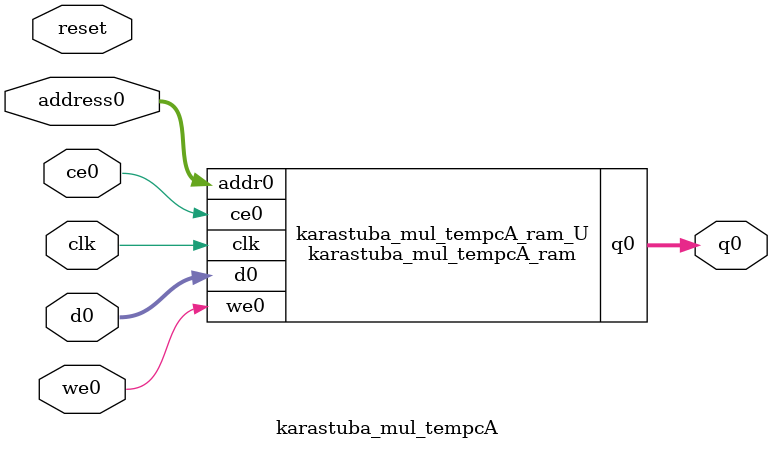
<source format=v>
`timescale 1 ns / 1 ps
module karastuba_mul_tempcA_ram (addr0, ce0, d0, we0, q0,  clk);

parameter DWIDTH = 32;
parameter AWIDTH = 4;
parameter MEM_SIZE = 16;

input[AWIDTH-1:0] addr0;
input ce0;
input[DWIDTH-1:0] d0;
input we0;
output reg[DWIDTH-1:0] q0;
input clk;

(* ram_style = "distributed" *)reg [DWIDTH-1:0] ram[0:MEM_SIZE-1];




always @(posedge clk)  
begin 
    if (ce0) begin
        if (we0) 
            ram[addr0] <= d0; 
        q0 <= ram[addr0];
    end
end


endmodule

`timescale 1 ns / 1 ps
module karastuba_mul_tempcA(
    reset,
    clk,
    address0,
    ce0,
    we0,
    d0,
    q0);

parameter DataWidth = 32'd32;
parameter AddressRange = 32'd16;
parameter AddressWidth = 32'd4;
input reset;
input clk;
input[AddressWidth - 1:0] address0;
input ce0;
input we0;
input[DataWidth - 1:0] d0;
output[DataWidth - 1:0] q0;



karastuba_mul_tempcA_ram karastuba_mul_tempcA_ram_U(
    .clk( clk ),
    .addr0( address0 ),
    .ce0( ce0 ),
    .we0( we0 ),
    .d0( d0 ),
    .q0( q0 ));

endmodule


</source>
